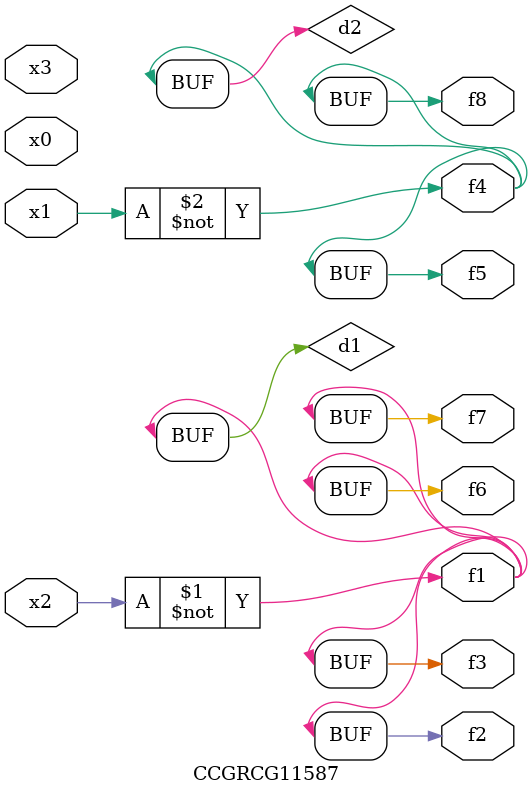
<source format=v>
module CCGRCG11587(
	input x0, x1, x2, x3,
	output f1, f2, f3, f4, f5, f6, f7, f8
);

	wire d1, d2;

	xnor (d1, x2);
	not (d2, x1);
	assign f1 = d1;
	assign f2 = d1;
	assign f3 = d1;
	assign f4 = d2;
	assign f5 = d2;
	assign f6 = d1;
	assign f7 = d1;
	assign f8 = d2;
endmodule

</source>
